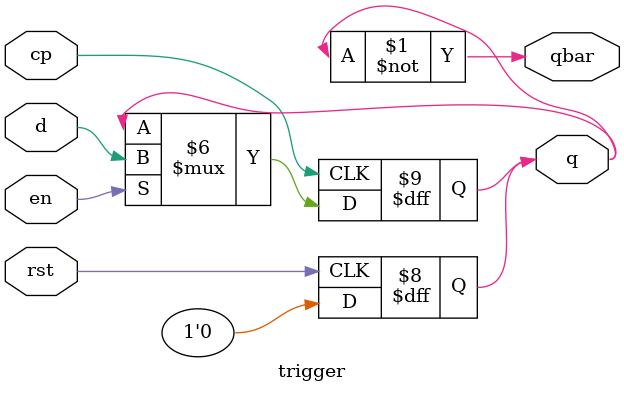
<source format=v>
`timescale 1ns / 1ps


module trigger(

    output reg q,
    output qbar,
    input d,
    input cp,
    input rst,
    input en
    );
    assign qbar = ~q;
    always
    @(posedge cp) 
     if(en == 1)
        q = d;
    always
      @(negedge rst) q = 0;
    
endmodule

</source>
